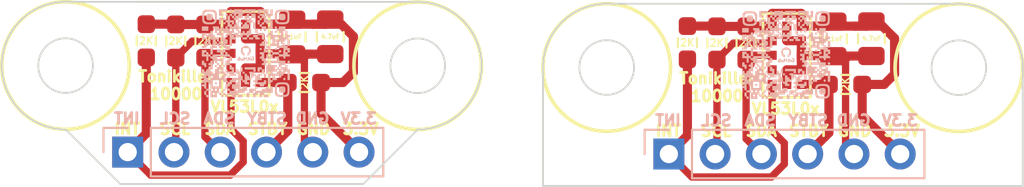
<source format=kicad_pcb>
(kicad_pcb (version 20221018) (generator pcbnew)
  (layers (0 "F.Cu" signal) (31 "B.Cu" signal) (34 "B.Paste" user) (35 "F.Paste" user) (36 "B.SilkS" user "B.Silkscreen") (37 "F.SilkS" user "F.Silkscreen") (38 "B.Mask" user) (39 "F.Mask" user) (44 "Edge.Cuts" user))
  (net 0 "")
  (net 1 "GND")
  (net 2 "+3.3V")
  (net 3 "Net-(J1-Pin_1)")
  (net 4 "Net-(J1-Pin_2)")
  (net 5 "Net-(J1-Pin_3)")
  (net 6 "Net-(J1-Pin_4)")
  (footprint "Capacitor_SMD:C_0805_2012Metric" (layer "F.Cu") (at 145.804874 98.695126 90)
    (fp_text reference "C1" hide)
    (fp_text value "0.1uF" (at 0.01 0.01) (layer "F.SilkS") (effects (font (size 0.25 0.25) (thickness 0.0625))))
    (pad "1" smd roundrect (at -0.95 0 90) (size 1 1.45) (layers "F.Cu" "F.Paste" "F.Mask") (net 1 "GND"))
    (pad "2" smd roundrect (at 0.95 0 90) (size 1 1.45) (layers "F.Cu" "F.Paste" "F.Mask") (net 2 "+3.3V"))
  )
  (footprint "Capacitor_SMD:C_0805_2012Metric" (layer "F.Cu") (at 175.51 98.8 90)
    (fp_text reference "C1" hide)
    (fp_text value "0.1uF" (at 0.01 0.01) (layer "F.SilkS") (effects (font (size 0.25 0.25) (thickness 0.0625))))
    (pad "1" smd roundrect (at -0.95 0 90) (size 1 1.45) (layers "F.Cu" "F.Paste" "F.Mask") (net 1 "GND"))
    (pad "2" smd roundrect (at 0.95 0 90) (size 1 1.45) (layers "F.Cu" "F.Paste" "F.Mask") (net 2 "+3.3V"))
  )
  (footprint "Resistor_SMD:R_0603_1608Metric_Pad0.98x0.95mm_HandSolder" (layer "F.Cu") (at 146.474874 101.195126 180)
    (fp_text reference "R4" hide)
    (fp_text value "2K" (at 0 0.01 90) (layer "F.SilkS") (effects (font (size 0.4 0.4) (thickness 0.08) bold)))
    (pad "1" smd roundrect (at -0.9125 0 180) (size 0.975 0.95) (layers "F.Cu" "F.Paste" "F.Mask") (net 2 "+3.3V"))
    (pad "2" smd roundrect (at 0.9125 0 180) (size 0.975 0.95) (layers "F.Cu" "F.Paste" "F.Mask") (net 6 "Net-(J1-Pin_4)"))
  )
  (footprint "Resistor_SMD:R_0603_1608Metric_Pad0.98x0.95mm_HandSolder" (layer "F.Cu") (at 170.72 99.0275 -90)
    (fp_text reference "R2" hide)
    (fp_text value "2K" (at 0 0.01) (layer "F.SilkS") (effects (font (size 0.4 0.4) (thickness 0.08) bold)))
    (pad "1" smd roundrect (at -0.9125 0 270) (size 0.975 0.95) (layers "F.Cu" "F.Paste" "F.Mask") (net 2 "+3.3V"))
    (pad "2" smd roundrect (at 0.9125 0 270) (size 0.975 0.95) (layers "F.Cu" "F.Paste" "F.Mask") (net 5 "Net-(J1-Pin_3)"))
  )
  (footprint "VL53L0X" (layer "F.Cu") (at 172.95 99.7 90)
    (fp_text reference "U1" hide)
    (fp_text value "VL53L0x" (at -2.93 -0.06 180) (layer "F.SilkS") (effects (font (size 0.6 0.6) (thickness 0.15) bold)))
    (pad "1" smd rect (at 1.6 0.8 90) (size 0.5 0.5) (layers "F.Cu" "F.Paste" "F.Mask") (net 2 "+3.3V"))
    (pad "2" smd rect (at 0.8 0.8 90) (size 0.5 0.5) (layers "F.Cu" "F.Paste" "F.Mask") (net 1 "GND"))
    (pad "3" smd rect (at 0 0.8 90) (size 0.5 0.5) (layers "F.Cu" "F.Paste" "F.Mask") (net 1 "GND"))
    (pad "4" smd rect (at -0.8 0.8 90) (size 0.5 0.5) (layers "F.Cu" "F.Paste" "F.Mask") (net 1 "GND"))
    (pad "5" smd rect (at -1.6 0.8 90) (size 0.5 0.5) (layers "F.Cu" "F.Paste" "F.Mask") (net 6 "Net-(J1-Pin_4)"))
    (pad "6" smd rect (at -1.6 0 90) (size 0.5 0.5) (layers "F.Cu" "F.Paste" "F.Mask") (net 1 "GND"))
    (pad "7" smd rect (at -1.6 -0.8 90) (size 0.5 0.5) (layers "F.Cu" "F.Paste" "F.Mask") (net 3 "Net-(J1-Pin_1)"))
    (pad "8" smd rect (at -0.8 -0.8 90) (size 0.5 0.5) (layers "F.Cu" "F.Paste" "F.Mask"))
    (pad "9" smd rect (at 0 -0.8 90) (size 0.5 0.5) (layers "F.Cu" "F.Paste" "F.Mask") (net 5 "Net-(J1-Pin_3)"))
    (pad "10" smd rect (at 0.8 -0.8 90) (size 0.5 0.5) (layers "F.Cu" "F.Paste" "F.Mask") (net 4 "Net-(J1-Pin_2)"))
    (pad "11" smd rect (at 1.6 -0.8 90) (size 0.5 0.5) (layers "F.Cu" "F.Paste" "F.Mask") (net 2 "+3.3V"))
    (pad "12" smd rect (at 1.6 0 90) (size 0.5 0.5) (layers "F.Cu" "F.Paste" "F.Mask") (net 1 "GND"))
  )
  (footprint "Resistor_SMD:R_0603_1608Metric_Pad0.98x0.95mm_HandSolder" (layer "F.Cu") (at 137.794874 98.905126 -90)
    (fp_text reference "R3" hide)
    (fp_text value "2K" (at 0 0.01) (layer "F.SilkS") (effects (font (size 0.4 0.4) (thickness 0.08) bold)))
    (pad "1" smd roundrect (at -0.9125 0 270) (size 0.975 0.95) (layers "F.Cu" "F.Paste" "F.Mask") (net 2 "+3.3V"))
    (pad "2" smd roundrect (at 0.9125 0 270) (size 0.975 0.95) (layers "F.Cu" "F.Paste" "F.Mask") (net 3 "Net-(J1-Pin_1)"))
  )
  (footprint "Resistor_SMD:R_0603_1608Metric_Pad0.98x0.95mm_HandSolder" (layer "F.Cu") (at 139.414874 98.917626 -90)
    (fp_text reference "R1" hide)
    (fp_text value "2K" (at 0 0.01) (layer "F.SilkS") (effects (font (size 0.4 0.4) (thickness 0.08) bold)))
    (pad "1" smd roundrect (at -0.9125 0 270) (size 0.975 0.95) (layers "F.Cu" "F.Paste" "F.Mask") (net 2 "+3.3V"))
    (pad "2" smd roundrect (at 0.9125 0 270) (size 0.975 0.95) (layers "F.Cu" "F.Paste" "F.Mask") (net 4 "Net-(J1-Pin_2)"))
  )
  (footprint "Resistor_SMD:R_0603_1608Metric_Pad0.98x0.95mm_HandSolder" (layer "F.Cu") (at 167.5 99.01 -90)
    (fp_text reference "R3" hide)
    (fp_text value "2K" (at 0 0.01) (layer "F.SilkS") (effects (font (size 0.4 0.4) (thickness 0.08) bold)))
    (pad "1" smd roundrect (at -0.9125 0 270) (size 0.975 0.95) (layers "F.Cu" "F.Paste" "F.Mask") (net 2 "+3.3V"))
    (pad "2" smd roundrect (at 0.9125 0 270) (size 0.975 0.95) (layers "F.Cu" "F.Paste" "F.Mask") (net 3 "Net-(J1-Pin_1)"))
  )
  (footprint "Capacitor_SMD:C_0805_2012Metric" (layer "F.Cu") (at 147.894874 98.685126 90)
    (fp_text reference "C2" hide)
    (fp_text value "4.7uF" (at 0.01 0.01) (layer "F.SilkS") (effects (font (size 0.25 0.25) (thickness 0.0625))))
    (pad "1" smd roundrect (at -0.95 0 90) (size 1 1.45) (layers "F.Cu" "F.Paste" "F.Mask") (net 1 "GND"))
    (pad "2" smd roundrect (at 0.95 0 90) (size 1 1.45) (layers "F.Cu" "F.Paste" "F.Mask") (net 2 "+3.3V"))
  )
  (footprint "Resistor_SMD:R_0603_1608Metric_Pad0.98x0.95mm_HandSolder" (layer "F.Cu") (at 176.18 101.3 180)
    (fp_text reference "R4" hide)
    (fp_text value "2K" (at 0 0.01 90) (layer "F.SilkS") (effects (font (size 0.4 0.4) (thickness 0.08) bold)))
    (pad "1" smd roundrect (at -0.9125 0 180) (size 0.975 0.95) (layers "F.Cu" "F.Paste" "F.Mask") (net 2 "+3.3V"))
    (pad "2" smd roundrect (at 0.9125 0 180) (size 0.975 0.95) (layers "F.Cu" "F.Paste" "F.Mask") (net 6 "Net-(J1-Pin_4)"))
  )
  (footprint "Resistor_SMD:R_0603_1608Metric_Pad0.98x0.95mm_HandSolder" (layer "F.Cu") (at 141.014874 98.922626 -90)
    (fp_text reference "R2" hide)
    (fp_text value "2K" (at 0 0.01) (layer "F.SilkS") (effects (font (size 0.4 0.4) (thickness 0.08) bold)))
    (pad "1" smd roundrect (at -0.9125 0 270) (size 0.975 0.95) (layers "F.Cu" "F.Paste" "F.Mask") (net 2 "+3.3V"))
    (pad "2" smd roundrect (at 0.9125 0 270) (size 0.975 0.95) (layers "F.Cu" "F.Paste" "F.Mask") (net 5 "Net-(J1-Pin_3)"))
  )
  (footprint "Capacitor_SMD:C_0805_2012Metric" (layer "F.Cu") (at 177.6 98.79 90)
    (fp_text reference "C2" hide)
    (fp_text value "4.7uF" (at 0.01 0.01) (layer "F.SilkS") (effects (font (size 0.25 0.25) (thickness 0.0625))))
    (pad "1" smd roundrect (at -0.95 0 90) (size 1 1.45) (layers "F.Cu" "F.Paste" "F.Mask") (net 1 "GND"))
    (pad "2" smd roundrect (at 0.95 0 90) (size 1 1.45) (layers "F.Cu" "F.Paste" "F.Mask") (net 2 "+3.3V"))
  )
  (footprint "VL53L0X" (layer "F.Cu") (at 143.244874 99.595126 90)
    (fp_text reference "U1" hide)
    (fp_text value "VL53L0x" (at -2.93 -0.06 180) (layer "F.SilkS") (effects (font (size 0.6 0.6) (thickness 0.15) bold)))
    (pad "1" smd rect (at 1.6 0.8 90) (size 0.5 0.5) (layers "F.Cu" "F.Paste" "F.Mask") (net 2 "+3.3V"))
    (pad "2" smd rect (at 0.8 0.8 90) (size 0.5 0.5) (layers "F.Cu" "F.Paste" "F.Mask") (net 1 "GND"))
    (pad "3" smd rect (at 0 0.8 90) (size 0.5 0.5) (layers "F.Cu" "F.Paste" "F.Mask") (net 1 "GND"))
    (pad "4" smd rect (at -0.8 0.8 90) (size 0.5 0.5) (layers "F.Cu" "F.Paste" "F.Mask") (net 1 "GND"))
    (pad "5" smd rect (at -1.6 0.8 90) (size 0.5 0.5) (layers "F.Cu" "F.Paste" "F.Mask") (net 6 "Net-(J1-Pin_4)"))
    (pad "6" smd rect (at -1.6 0 90) (size 0.5 0.5) (layers "F.Cu" "F.Paste" "F.Mask") (net 1 "GND"))
    (pad "7" smd rect (at -1.6 -0.8 90) (size 0.5 0.5) (layers "F.Cu" "F.Paste" "F.Mask") (net 3 "Net-(J1-Pin_1)"))
    (pad "8" smd rect (at -0.8 -0.8 90) (size 0.5 0.5) (layers "F.Cu" "F.Paste" "F.Mask"))
    (pad "9" smd rect (at 0 -0.8 90) (size 0.5 0.5) (layers "F.Cu" "F.Paste" "F.Mask") (net 5 "Net-(J1-Pin_3)"))
    (pad "10" smd rect (at 0.8 -0.8 90) (size 0.5 0.5) (layers "F.Cu" "F.Paste" "F.Mask") (net 4 "Net-(J1-Pin_2)"))
    (pad "11" smd rect (at 1.6 -0.8 90) (size 0.5 0.5) (layers "F.Cu" "F.Paste" "F.Mask") (net 2 "+3.3V"))
    (pad "12" smd rect (at 1.6 0 90) (size 0.5 0.5) (layers "F.Cu" "F.Paste" "F.Mask") (net 1 "GND"))
  )
  (footprint "Resistor_SMD:R_0603_1608Metric_Pad0.98x0.95mm_HandSolder" (layer "F.Cu") (at 169.12 99.0225 -90)
    (fp_text reference "R1" hide)
    (fp_text value "2K" (at 0 0.01) (layer "F.SilkS") (effects (font (size 0.4 0.4) (thickness 0.08) bold)))
    (pad "1" smd roundrect (at -0.9125 0 270) (size 0.975 0.95) (layers "F.Cu" "F.Paste" "F.Mask") (net 2 "+3.3V"))
    (pad "2" smd roundrect (at 0.9125 0 270) (size 0.975 0.95) (layers "F.Cu" "F.Paste" "F.Mask") (net 4 "Net-(J1-Pin_2)"))
  )
  (footprint "Connector_PinHeader_2.54mm:PinHeader_1x06_P2.54mm_Vertical" (layer "B.Cu") (at 166.48 105.12 -90)
    (fp_text reference "J1" hide)
    (fp_text value "Conn_01x06_Pin" hide)
    (pad "1" thru_hole rect (at 0 0 270) (size 1.7 1.7) (drill 1) (layers "*.Cu" "*.Mask") (net 3 "Net-(J1-Pin_1)"))
    (pad "2" thru_hole oval (at 0 -2.54 270) (size 1.7 1.7) (drill 1) (layers "*.Cu" "*.Mask") (net 4 "Net-(J1-Pin_2)"))
    (pad "3" thru_hole oval (at 0 -5.08 270) (size 1.7 1.7) (drill 1) (layers "*.Cu" "*.Mask") (net 5 "Net-(J1-Pin_3)"))
    (pad "4" thru_hole oval (at 0 -7.62 270) (size 1.7 1.7) (drill 1) (layers "*.Cu" "*.Mask") (net 6 "Net-(J1-Pin_4)"))
    (pad "5" thru_hole oval (at 0 -10.16 270) (size 1.7 1.7) (drill 1) (layers "*.Cu" "*.Mask") (net 1 "GND"))
    (pad "6" thru_hole oval (at 0 -12.7 270) (size 1.7 1.7) (drill 1) (layers "*.Cu" "*.Mask") (net 2 "+3.3V"))
  )
  (footprint "Connector_PinHeader_2.54mm:PinHeader_1x06_P2.54mm_Vertical" (layer "B.Cu") (at 136.774874 105.015126 -90)
    (fp_text reference "J1" hide)
    (fp_text value "Conn_01x06_Pin" hide)
    (pad "1" thru_hole rect (at 0 0 270) (size 1.7 1.7) (drill 1) (layers "*.Cu" "*.Mask") (net 3 "Net-(J1-Pin_1)"))
    (pad "2" thru_hole oval (at 0 -2.54 270) (size 1.7 1.7) (drill 1) (layers "*.Cu" "*.Mask") (net 4 "Net-(J1-Pin_2)"))
    (pad "3" thru_hole oval (at 0 -5.08 270) (size 1.7 1.7) (drill 1) (layers "*.Cu" "*.Mask") (net 5 "Net-(J1-Pin_3)"))
    (pad "4" thru_hole oval (at 0 -7.62 270) (size 1.7 1.7) (drill 1) (layers "*.Cu" "*.Mask") (net 6 "Net-(J1-Pin_4)"))
    (pad "5" thru_hole oval (at 0 -10.16 270) (size 1.7 1.7) (drill 1) (layers "*.Cu" "*.Mask") (net 1 "GND"))
    (pad "6" thru_hole oval (at 0 -12.7 270) (size 1.7 1.7) (drill 1) (layers "*.Cu" "*.Mask") (net 2 "+3.3V"))
  )
  (footprint "LOGO" (layer "B.Cu") (at 143.27 99.6 180)
    (fp_text reference "G***" hide)
    (fp_text value "LOGO" hide)
  )
  (footprint "LOGO" (layer "B.Cu") (at 172.93 99.69 180)
    (fp_text reference "G***" hide)
    (fp_text value "LOGO" hide)
  )
  (gr_circle (center 163.07 100.37) (end 163.07 103.87) (stroke (width 0.2)) (fill none) (layer "F.SilkS"))
  (gr_circle (center 133.364874 100.265126) (end 133.364874 103.765126) (stroke (width 0.2)) (fill none) (layer "F.SilkS"))
  (gr_circle (center 182.4 100.38) (end 182.4 103.88) (stroke (width 0.2)) (fill none) (layer "F.SilkS"))
  (gr_circle (center 152.694874 100.275126) (end 152.694874 103.775126) (stroke (width 0.2)) (fill none) (layer "F.SilkS"))
  (gr_line (start 133.364874 96.765126) (end 152.7 96.77) (stroke (width 0.1)) (layer "Edge.Cuts"))
  (gr_line (start 159.57 106.87) (end 185.905126 106.874874) (stroke (width 0.1)) (layer "Edge.Cuts"))
  (gr_arc (start 159.57 100.37) (mid 160.595108 97.895108) (end 163.07 96.87) (stroke (width 0.1)) (layer "Edge.Cuts"))
  (gr_line (start 163.07 96.87) (end 182.405126 96.874874) (stroke (width 0.1)) (layer "Edge.Cuts"))
  (gr_arc (start 182.405126 96.874874) (mid 184.880001 97.899999) (end 185.905126 100.374874) (stroke (width 0.1)) (layer "Edge.Cuts"))
  (gr_arc (start 133.364874 103.765126) (mid 130.89 102.74) (end 129.864874 100.265126) (stroke (width 0.1)) (layer "Edge.Cuts"))
  (gr_circle (center 152.694874 100.275126) (end 152.694874 101.775126) (stroke (width 0.1)) (fill none) (layer "Edge.Cuts"))
  (gr_circle (center 133.364874 100.265126) (end 133.364874 101.765126) (stroke (width 0.1)) (fill none) (layer "Edge.Cuts"))
  (gr_line (start 185.905126 100.374874) (end 185.905126 106.874874) (stroke (width 0.1)) (layer "Edge.Cuts"))
  (gr_circle (center 182.4 100.38) (end 182.4 101.88) (stroke (width 0.1)) (fill none) (layer "Edge.Cuts"))
  (gr_line (start 149.704874 106.765126) (end 136.364874 106.765126) (stroke (width 0.1)) (layer "Edge.Cuts"))
  (gr_line (start 133.364874 103.765126) (end 136.364874 106.765126) (stroke (width 0.1)) (layer "Edge.Cuts"))
  (gr_arc (start 152.7 96.77) (mid 155.174865 97.795135) (end 156.2 100.27) (stroke (width 0.1)) (layer "Edge.Cuts"))
  (gr_circle (center 163.07 100.37) (end 163.07 101.87) (stroke (width 0.1)) (fill none) (layer "Edge.Cuts"))
  (gr_line (start 159.57 100.37) (end 159.57 106.87) (stroke (width 0.1)) (layer "Edge.Cuts"))
  (gr_line (start 152.7 103.77) (end 149.704874 106.765126) (stroke (width 0.1)) (layer "Edge.Cuts"))
  (gr_arc (start 129.864874 100.265126) (mid 130.89 97.790252) (end 133.364874 96.765126) (stroke (width 0.1)) (layer "Edge.Cuts"))
  (gr_arc (start 156.2 100.27) (mid 155.174891 102.744891) (end 152.7 103.77) (stroke (width 0.1)) (layer "Edge.Cuts"))
  (gr_text "3.3V\n" (at 150.524874 103.525126) (layer "B.SilkS") (effects (font (size 0.6 0.6) (thickness 0.15) bold) (justify left bottom mirror)))
  (gr_text "STBY\n" (at 175.3 103.63) (layer "B.SilkS") (effects (font (size 0.6 0.6) (thickness 0.15) bold) (justify left bottom mirror)))
  (gr_text "SDA\n" (at 172.44 103.63) (layer "B.SilkS") (effects (font (size 0.6 0.6) (thickness 0.15) bold) (justify left bottom mirror)))
  (gr_text "GND" (at 177.64 103.63) (layer "B.SilkS") (effects (font (size 0.6 0.6) (thickness 0.15) bold) (justify left bottom mirror)))
  (gr_text "STBY\n" (at 145.594874 103.525126) (layer "B.SilkS") (effects (font (size 0.6 0.6) (thickness 0.15) bold) (justify left bottom mirror)))
  (gr_text "INT\n" (at 167.22 103.63) (layer "B.SilkS") (effects (font (size 0.6 0.6) (thickness 0.15) bold) (justify left bottom mirror)))
  (gr_text "INT\n" (at 137.514874 103.525126) (layer "B.SilkS") (effects (font (size 0.6 0.6) (thickness 0.15) bold) (justify left bottom mirror)))
  (gr_text "SCL\n" (at 140.304874 103.525126) (layer "B.SilkS") (effects (font (size 0.6 0.6) (thickness 0.15) bold) (justify left bottom mirror)))
  (gr_text "3.3V\n" (at 180.23 103.63) (layer "B.SilkS") (effects (font (size 0.6 0.6) (thickness 0.15) bold) (justify left bottom mirror)))
  (gr_text "GND" (at 147.934874 103.525126) (layer "B.SilkS") (effects (font (size 0.6 0.6) (thickness 0.15) bold) (justify left bottom mirror)))
  (gr_text "SCL\n" (at 170.01 103.63) (layer "B.SilkS") (effects (font (size 0.6 0.6) (thickness 0.15) bold) (justify left bottom mirror)))
  (gr_text "SDA\n" (at 142.734874 103.525126) (layer "B.SilkS") (effects (font (size 0.6 0.6) (thickness 0.15) bold) (justify left bottom mirror)))
  (gr_text "SCL\n" (at 138.444874 104.095126) (layer "F.SilkS") (effects (font (size 0.6 0.6) (thickness 0.15) bold) (justify left bottom)))
  (gr_text "3.3V\n" (at 148.494874 104.095126) (layer "F.SilkS") (effects (font (size 0.6 0.6) (thickness 0.15) bold) (justify left bottom)))
  (gr_text "Tonikiller\n10000\n" (at 169.13 101.45) (layer "F.SilkS") (effects (font (size 0.6 0.6) (thickness 0.15) bold)))
  (gr_text "SDA\n" (at 140.904874 104.095126) (layer "F.SilkS") (effects (font (size 0.6 0.6) (thickness 0.15) bold) (justify left bottom)))
  (gr_text "SCL\n" (at 168.15 104.2) (layer "F.SilkS") (effects (font (size 0.6 0.6) (thickness 0.15) bold) (justify left bottom)))
  (gr_text "INT\n" (at 165.67 104.2) (layer "F.SilkS") (effects (font (size 0.6 0.6) (thickness 0.15) bold) (justify left bottom)))
  (gr_text "STBY\n" (at 143.284874 104.095126) (layer "F.SilkS") (effects (font (size 0.6 0.6) (thickness 0.15) bold) (justify left bottom)))
  (gr_text "INT\n" (at 135.964874 104.095126) (layer "F.SilkS") (effects (font (size 0.6 0.6) (thickness 0.15) bold) (justify left bottom)))
  (gr_text "SDA\n" (at 170.61 104.2) (layer "F.SilkS") (effects (font (size 0.6 0.6) (thickness 0.15) bold) (justify left bottom)))
  (gr_text "3.3V\n" (at 178.2 104.2) (layer "F.SilkS") (effects (font (size 0.6 0.6) (thickness 0.15) bold) (justify left bottom)))
  (gr_text "Tonikiller\n10000\n" (at 139.424874 101.345126) (layer "F.SilkS") (effects (font (size 0.6 0.6) (thickness 0.15) bold)))
  (gr_text "STBY\n" (at 172.99 104.2) (layer "F.SilkS") (effects (font (size 0.6 0.6) (thickness 0.15) bold) (justify left bottom)))
  (gr_text "GND" (at 145.954874 104.095126) (layer "F.SilkS") (effects (font (size 0.6 0.6) (thickness 0.15) bold) (justify left bottom)))
  (gr_text "GND" (at 175.66 104.2) (layer "F.SilkS") (effects (font (size 0.6 0.6) (thickness 0.15) bold) (justify left bottom)))
  (segment (start 146.684874 99.635126) (end 145.824874 99.635126) (width 0.5) (layer "F.Cu") (net 1))
  (segment (start 146.684874 99.635126) (end 146.474874 99.845126) (width 0.4) (layer "F.Cu") (net 1))
  (segment (start 145.824874 99.635126) (end 145.804874 99.615126) (width 0.5) (layer "F.Cu") (net 1))
  (segment (start 147.894874 99.635126) (end 146.684874 99.635126) (width 0.5) (layer "F.Cu") (net 1))
  (segment (start 177.6 99.74) (end 176.39 99.74) (width 0.5) (layer "F.Cu") (net 1))
  (segment (start 173.75 98.9) (end 172.95 98.9) (width 0.5) (layer "F.Cu") (net 1))
  (segment (start 175.53 99.74) (end 175.51 99.72) (width 0.5) (layer "F.Cu") (net 1))
  (segment (start 144.044874 100.395126) (end 143.244874 100.395126) (width 0.5) (layer "F.Cu") (net 1))
  (segment (start 173.75 98.9) (end 173.75 100.5) (width 0.5) (layer "F.Cu") (net 1))
  (segment (start 146.474874 99.845126) (end 146.474874 104.555126) (width 0.4) (layer "F.Cu") (net 1))
  (segment (start 172.95 100.5) (end 172.95 101.3) (width 0.5) (layer "F.Cu") (net 1))
  (segment (start 145.804874 99.615126) (end 144.064874 99.615126) (width 0.5) (layer "F.Cu") (net 1))
  (segment (start 143.244874 97.995126) (end 143.244874 98.795126) (width 0.5) (layer "F.Cu") (net 1))
  (segment (start 143.244874 100.395126) (end 143.244874 101.195126) (width 0.5) (layer "F.Cu") (net 1))
  (segment (start 146.474874 104.555126) (end 146.934874 105.015126) (width 0.4) (layer "F.Cu") (net 1))
  (segment (start 173.75 100.5) (end 172.95 100.5) (width 0.5) (layer "F.Cu") (net 1))
  (segment (start 176.39 99.74) (end 176.18 99.95) (width 0.4) (layer "F.Cu") (net 1))
  (segment (start 176.18 104.66) (end 176.64 105.12) (width 0.4) (layer "F.Cu") (net 1))
  (segment (start 144.044874 98.795126) (end 144.044874 100.395126) (width 0.5) (layer "F.Cu") (net 1))
  (segment (start 172.95 98.1) (end 172.95 98.9) (width 0.5) (layer "F.Cu") (net 1))
  (segment (start 144.044874 98.795126) (end 143.244874 98.795126) (width 0.5) (layer "F.Cu") (net 1))
  (segment (start 176.39 99.74) (end 175.53 99.74) (width 0.5) (layer "F.Cu") (net 1))
  (segment (start 175.51 99.72) (end 173.77 99.72) (width 0.5) (layer "F.Cu") (net 1))
  (segment (start 144.064874 99.615126) (end 144.044874 99.595126) (width 0.5) (layer "F.Cu") (net 1))
  (segment (start 176.18 99.95) (end 176.18 104.66) (width 0.4) (layer "F.Cu") (net 1))
  (segment (start 173.77 99.72) (end 173.75 99.7) (width 0.5) (layer "F.Cu") (net 1))
  (segment (start 141.014874 98.010126) (end 139.419874 98.010126) (width 0.5) (layer "F.Cu") (net 2))
  (segment (start 145.554874 97.995126) (end 145.804874 97.745126) (width 0.5) (layer "F.Cu") (net 2))
  (segment (start 174.54 98.1) (end 175.26 98.1) (width 0.5) (layer "F.Cu") (net 2))
  (segment (start 144.834874 97.995126) (end 146.944874 97.995126) (width 0.5) (layer "F.Cu") (net 2))
  (segment (start 142.444874 97.995126) (end 141.029874 97.995126) (width 0.5) (layer "F.Cu") (net 2))
  (segment (start 173.75 97.4) (end 173.75 98.1) (width 0.5) (layer "F.Cu") (net 2))
  (segment (start 146.944874 97.995126) (end 148.494874 97.995126) (width 0.5) (layer "F.Cu") (net 2))
  (segment (start 175.26 98.1) (end 175.51 97.85) (width 0.5) (layer "F.Cu") (net 2))
  (segment (start 174.54 98.1) (end 176.65 98.1) (width 0.5) (layer "F.Cu") (net 2))
  (segment (start 172.15 97.4) (end 173.75 97.4) (width 0.5) (layer "F.Cu") (net 2))
  (segment (start 177.0925 103.0025) (end 179.18 105.09) (width 0.5) (layer "F.Cu") (net 2))
  (segment (start 178.87 100.73) (end 178.3 101.3) (width 0.5) (layer "F.Cu") (net 2))
  (segment (start 139.402374 97.992626) (end 137.794874 97.992626) (width 0.5) (layer "F.Cu") (net 2))
  (segment (start 142.444874 97.995126) (end 142.444874 97.295126) (width 0.5) (layer "F.Cu") (net 2))
  (segment (start 146.944874 97.995126) (end 147.634874 97.995126) (width 0.5) (layer "F.Cu") (net 2))
  (segment (start 178.2 98.1) (end 178.87 98.77) (width 0.5) (layer "F.Cu") (net 2))
  (segment (start 173.75 98.1) (end 174.54 98.1) (width 0.5) (layer "F.Cu") (net 2))
  (segment (start 147.387374 101.195126) (end 147.387374 102.897626) (width 0.5) (layer "F.Cu") (net 2))
  (segment (start 176.65 98.1) (end 178.2 98.1) (width 0.5) (layer "F.Cu") (net 2))
  (segment (start 144.834874 97.995126) (end 145.554874 97.995126) (width 0.5) (layer "F.Cu") (net 2))
  (segment (start 169.12 98.11) (end 169.1075 98.0975) (width 0.5) (layer "F.Cu") (net 2))
  (segment (start 170.72 98.115) (end 169.125 98.115) (width 0.5) (layer "F.Cu") (net 2))
  (segment (start 142.444874 97.295126) (end 144.044874 97.295126) (width 0.5) (layer "F.Cu") (net 2))
  (segment (start 172.15 98.1) (end 172.15 97.4) (width 0.5) (layer "F.Cu") (net 2))
  (segment (start 147.387374 102.897626) (end 149.474874 104.985126) (width 0.5) (layer "F.Cu") (net 2))
  (segment (start 139.414874 98.005126) (end 139.402374 97.992626) (width 0.5) (layer "F.Cu") (net 2))
  (segment (start 144.044874 97.995126) (end 144.834874 97.995126) (width 0.5) (layer "F.Cu") (net 2))
  (segment (start 148.494874 97.995126) (end 149.164874 98.665126) (width 0.5) (layer "F.Cu") (net 2))
  (segment (start 144.044874 97.295126) (end 144.044874 97.995126) (width 0.5) (layer "F.Cu") (net 2))
  (segment (start 170.735 98.1) (end 170.72 98.115) (width 0.5) (layer "F.Cu") (net 2))
  (segment (start 147.634874 97.995126) (end 147.894874 97.735126) (width 0.5) (layer "F.Cu") (net 2))
  (segment (start 176.65 98.1) (end 177.34 98.1) (width 0.5) (layer "F.Cu") (net 2))
  (segment (start 178.3 101.3) (end 177.0925 101.3) (width 0.5) (layer "F.Cu") (net 2))
  (segment (start 141.029874 97.995126) (end 141.014874 98.010126) (width 0.5) (layer "F.Cu") (net 2))
  (segment (start 139.419874 98.010126) (end 139.414874 98.005126) (width 0.5) (layer "F.Cu") (net 2))
  (segment (start 169.1075 98.0975) (end 167.5 98.0975) (width 0.5) (layer "F.Cu") (net 2))
  (segment (start 149.164874 98.665126) (end 149.164874 100.625126) (width 0.5) (layer "F.Cu") (net 2))
  (segment (start 179.18 105.09) (end 179.18 105.12) (width 0.5) (layer "F.Cu") (net 2))
  (segment (start 149.474874 104.985126) (end 149.474874 105.015126) (width 0.5) (layer "F.Cu") (net 2))
  (segment (start 148.594874 101.195126) (end 147.387374 101.195126) (width 0.5) (layer "F.Cu") (net 2))
  (segment (start 149.164874 100.625126) (end 148.594874 101.195126) (width 0.5) (layer "F.Cu") (net 2))
  (segment (start 177.0925 101.3) (end 177.0925 103.0025) (width 0.5) (layer "F.Cu") (net 2))
  (segment (start 172.15 98.1) (end 170.735 98.1) (width 0.5) (layer "F.Cu") (net 2))
  (segment (start 169.125 98.115) (end 169.12 98.11) (width 0.5) (layer "F.Cu") (net 2))
  (segment (start 177.34 98.1) (end 177.6 97.84) (width 0.5) (layer "F.Cu") (net 2))
  (segment (start 178.87 98.77) (end 178.87 100.73) (width 0.5) (layer "F.Cu") (net 2))
  (segment (start 142.404874 106.275126) (end 138.034874 106.275126) (width 0.4) (layer "F.Cu") (net 3))
  (segment (start 142.444874 101.195126) (end 142.444874 103.745126) (width 0.4) (layer "F.Cu") (net 3))
  (segment (start 137.794874 99.817626) (end 137.794874 103.995126) (width 0.5) (layer "F.Cu") (net 3))
  (segment (start 172.15 103.85) (end 172.82 104.52) (width 0.4) (layer "F.Cu") (net 3))
  (segment (start 138.034874 106.275126) (end 136.774874 105.015126) (width 0.4) (layer "F.Cu") (net 3))
  (segment (start 137.794874 103.995126) (end 136.774874 105.015126) (width 0.5) (layer "F.Cu") (net 3))
  (segment (start 167.5 104.1) (end 166.48 105.12) (width 0.5) (layer "F.Cu") (net 3))
  (segment (start 172.11 106.38) (end 167.74 106.38) (width 0.4) (layer "F.Cu") (net 3))
  (segment (start 167.74 106.38) (end 166.48 105.12) (width 0.4) (layer "F.Cu") (net 3))
  (segment (start 172.15 101.3) (end 172.15 103.85) (width 0.4) (layer "F.Cu") (net 3))
  (segment (start 143.114874 104.415126) (end 143.114874 105.565126) (width 0.4) (layer "F.Cu") (net 3))
  (segment (start 143.114874 105.565126) (end 142.404874 106.275126) (width 0.4) (layer "F.Cu") (net 3))
  (segment (start 172.82 104.52) (end 172.82 105.67) (width 0.4) (layer "F.Cu") (net 3))
  (segment (start 142.444874 103.745126) (end 143.114874 104.415126) (width 0.4) (layer "F.Cu") (net 3))
  (segment (start 172.82 105.67) (end 172.11 106.38) (width 0.4) (layer "F.Cu") (net 3))
  (segment (start 167.5 99.9225) (end 167.5 104.1) (width 0.5) (layer "F.Cu") (net 3))
  (segment (start 142.314874 98.925126) (end 140.319874 98.925126) (width 0.4) (layer "F.Cu") (net 4))
  (segment (start 172.15 98.9) (end 172.02 99.03) (width 0.4) (layer "F.Cu") (net 4))
  (segment (start 172.02 99.03) (end 170.025 99.03) (width 0.4) (layer "F.Cu") (net 4))
  (segment (start 139.414874 99.830126) (end 139.414874 104.915126) (width 0.4) (layer "F.Cu") (net 4))
  (segment (start 139.414874 104.915126) (end 139.314874 105.015126) (width 0.4) (layer "F.Cu") (net 4))
  (segment (start 170.025 99.03) (end 169.12 99.935) (width 0.4) (layer "F.Cu") (net 4))
  (segment (start 169.12 105.02) (end 169.02 105.12) (width 0.4) (layer "F.Cu") (net 4))
  (segment (start 140.319874 98.925126) (end 139.414874 99.830126) (width 0.4) (layer "F.Cu") (net 4))
  (segment (start 169.12 99.935) (end 169.12 105.02) (width 0.4) (layer "F.Cu") (net 4))
  (segment (start 142.444874 98.795126) (end 142.314874 98.925126) (width 0.4) (layer "F.Cu") (net 4))
  (segment (start 172.15 99.7) (end 170.96 99.7) (width 0.4) (layer "F.Cu") (net 5))
  (segment (start 170.96 99.7) (end 170.72 99.94) (width 0.4) (layer "F.Cu") (net 5))
  (segment (start 141.254874 99.595126) (end 141.014874 99.835126) (width 0.4) (layer "F.Cu") (net 5))
  (segment (start 141.014874 104.175126) (end 141.854874 105.015126) (width 0.4) (layer "F.Cu") (net 5))
  (segment (start 142.444874 99.595126) (end 141.254874 99.595126) (width 0.4) (layer "F.Cu") (net 5))
  (segment (start 170.72 104.28) (end 171.56 105.12) (width 0.4) (layer "F.Cu") (net 5))
  (segment (start 141.014874 99.835126) (end 141.014874 104.175126) (width 0.4) (layer "F.Cu") (net 5))
  (segment (start 170.72 99.94) (end 170.72 104.28) (width 0.4) (layer "F.Cu") (net 5))
  (segment (start 175.2675 103.9525) (end 174.1 105.12) (width 0.5) (layer "F.Cu") (net 6))
  (segment (start 145.562374 103.847626) (end 144.394874 105.015126) (width 0.5) (layer "F.Cu") (net 6))
  (segment (start 145.562374 101.195126) (end 145.562374 103.847626) (width 0.5) (layer "F.Cu") (net 6))
  (segment (start 175.2675 101.3) (end 175.2675 103.9525) (width 0.5) (layer "F.Cu") (net 6))
  (segment (start 173.75 101.3) (end 175.2675 101.3) (width 0.5) (layer "F.Cu") (net 6))
  (segment (start 144.044874 101.195126) (end 145.562374 101.195126) (width 0.5) (layer "F.Cu") (net 6))
)
</source>
